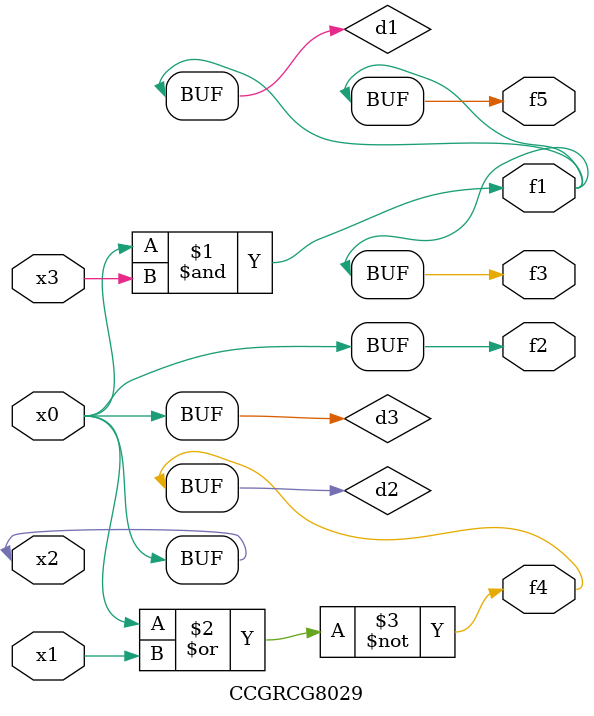
<source format=v>
module CCGRCG8029(
	input x0, x1, x2, x3,
	output f1, f2, f3, f4, f5
);

	wire d1, d2, d3;

	and (d1, x2, x3);
	nor (d2, x0, x1);
	buf (d3, x0, x2);
	assign f1 = d1;
	assign f2 = d3;
	assign f3 = d1;
	assign f4 = d2;
	assign f5 = d1;
endmodule

</source>
